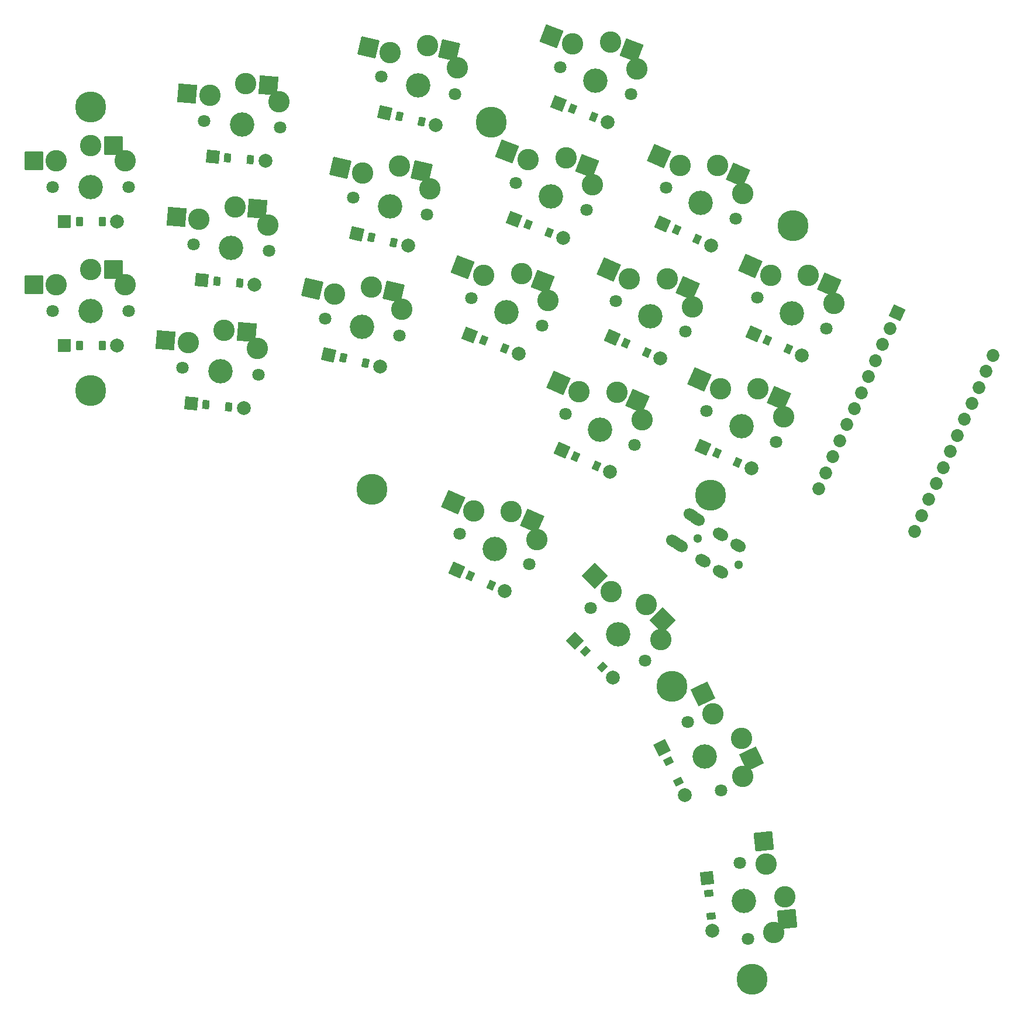
<source format=gbr>
%TF.GenerationSoftware,KiCad,Pcbnew,8.0.4*%
%TF.CreationDate,2024-09-06T09:16:38-06:00*%
%TF.ProjectId,swallowtail_split_rev2,7377616c-6c6f-4777-9461-696c5f73706c,v1.0.0*%
%TF.SameCoordinates,Original*%
%TF.FileFunction,Soldermask,Top*%
%TF.FilePolarity,Negative*%
%FSLAX46Y46*%
G04 Gerber Fmt 4.6, Leading zero omitted, Abs format (unit mm)*
G04 Created by KiCad (PCBNEW 8.0.4) date 2024-09-06 09:16:38*
%MOMM*%
%LPD*%
G01*
G04 APERTURE LIST*
G04 Aperture macros list*
%AMRoundRect*
0 Rectangle with rounded corners*
0 $1 Rounding radius*
0 $2 $3 $4 $5 $6 $7 $8 $9 X,Y pos of 4 corners*
0 Add a 4 corners polygon primitive as box body*
4,1,4,$2,$3,$4,$5,$6,$7,$8,$9,$2,$3,0*
0 Add four circle primitives for the rounded corners*
1,1,$1+$1,$2,$3*
1,1,$1+$1,$4,$5*
1,1,$1+$1,$6,$7*
1,1,$1+$1,$8,$9*
0 Add four rect primitives between the rounded corners*
20,1,$1+$1,$2,$3,$4,$5,0*
20,1,$1+$1,$4,$5,$6,$7,0*
20,1,$1+$1,$6,$7,$8,$9,0*
20,1,$1+$1,$8,$9,$2,$3,0*%
%AMHorizOval*
0 Thick line with rounded ends*
0 $1 width*
0 $2 $3 position (X,Y) of the first rounded end (center of the circle)*
0 $4 $5 position (X,Y) of the second rounded end (center of the circle)*
0 Add line between two ends*
20,1,$1,$2,$3,$4,$5,0*
0 Add two circle primitives to create the rounded ends*
1,1,$1,$2,$3*
1,1,$1,$4,$5*%
G04 Aperture macros list end*
%ADD10C,1.801800*%
%ADD11C,3.100000*%
%ADD12C,3.529000*%
%ADD13RoundRect,0.050000X-1.408356X-1.181751X1.181751X-1.408356X1.408356X1.181751X-1.181751X1.408356X0*%
%ADD14RoundRect,0.050000X-1.679533X-0.747776X0.747776X-1.679533X1.679533X0.747776X-0.747776X1.679533X0*%
%ADD15C,4.500000*%
%ADD16RoundRect,0.050000X-1.173731X-0.450553X0.450553X-1.173731X1.173731X0.450553X-0.450553X1.173731X0*%
%ADD17RoundRect,0.050000X-0.655137X-0.365096X0.167053X-0.731159X0.655137X0.365096X-0.167053X0.731159X0*%
%ADD18C,2.005000*%
%ADD19RoundRect,0.050000X-0.889000X-0.889000X0.889000X-0.889000X0.889000X0.889000X-0.889000X0.889000X0*%
%ADD20RoundRect,0.050000X-0.450000X-0.600000X0.450000X-0.600000X0.450000X0.600000X-0.450000X0.600000X0*%
%ADD21RoundRect,0.050000X-1.716367X-0.658851X0.658851X-1.716367X1.716367X0.658851X-0.658851X1.716367X0*%
%ADD22RoundRect,0.050000X-1.066196X-0.666234X0.666234X-1.066196X1.066196X0.666234X-0.666234X1.066196X0*%
%ADD23RoundRect,0.050000X-0.573437X-0.483394X0.303496X-0.685850X0.573437X0.483394X-0.303496X0.685850X0*%
%ADD24RoundRect,0.050000X-0.963099X-0.808136X0.808136X-0.963099X0.963099X0.808136X-0.808136X0.963099X0*%
%ADD25RoundRect,0.050000X-0.500581X-0.558497X0.395994X-0.636937X0.500581X0.558497X-0.395994X0.636937X0*%
%ADD26RoundRect,0.050000X-0.977056X0.791204X-0.791204X-0.977056X0.977056X-0.791204X0.791204X0.977056X0*%
%ADD27RoundRect,0.050000X-0.643751X0.384818X-0.549675X-0.510252X0.643751X-0.384818X0.549675X0.510252X0*%
%ADD28RoundRect,0.050000X-1.428765X1.156991X-1.156991X-1.428765X1.428765X-1.156991X1.156991X1.428765X0*%
%ADD29RoundRect,0.050000X-1.148542X-0.511364X0.511364X-1.148542X1.148542X0.511364X-0.511364X1.148542X0*%
%ADD30RoundRect,0.050000X-0.635132X-0.398883X0.205090X-0.721414X0.635132X0.398883X-0.205090X0.721414X0*%
%ADD31RoundRect,0.050000X-1.838198X-0.032086X0.032086X-1.838198X1.838198X0.032086X-0.032086X1.838198X0*%
%ADD32RoundRect,0.050000X-1.559117X-0.974245X0.974245X-1.559117X1.559117X0.974245X-0.974245X1.559117X0*%
%ADD33RoundRect,0.050000X-1.300000X-1.300000X1.300000X-1.300000X1.300000X1.300000X-1.300000X1.300000X0*%
%ADD34C,1.300000*%
%ADD35HorizOval,1.700000X-0.251601X0.163392X0.251601X-0.163392X0*%
%ADD36RoundRect,0.050000X-1.188740X0.409316X-0.409316X-1.188740X1.188740X-0.409316X0.409316X1.188740X0*%
%ADD37RoundRect,0.050000X-0.736543X0.141435X-0.342009X-0.667480X0.736543X-0.141435X0.342009X0.667480X0*%
%ADD38RoundRect,0.050000X-1.738315X0.598550X-0.598550X-1.738315X1.738315X-0.598550X0.598550X1.738315X0*%
%ADD39RoundRect,0.050000X-1.257044X-0.021942X0.021942X-1.257044X1.257044X0.021942X-0.021942X1.257044X0*%
%ADD40RoundRect,0.050000X-0.740498X-0.119008X-0.093092X-0.744200X0.740498X0.119008X0.093092X0.744200X0*%
%ADD41RoundRect,0.050000X-0.444117X1.156963X-1.156963X-0.444117X0.444117X-1.156963X1.156963X0.444117X0*%
%ADD42C,1.852600*%
G04 APERTURE END LIST*
D10*
%TO.C,S3*%
X113282396Y-90332059D03*
D11*
X114107328Y-86639907D03*
X119280044Y-84884058D03*
X119280044Y-84884058D03*
D12*
X118761467Y-90811416D03*
D11*
X124069276Y-87511465D03*
D10*
X124240538Y-91290773D03*
D13*
X122542581Y-85169493D03*
X110844790Y-86354472D03*
%TD*%
D10*
%TO.C,S11*%
X167933566Y-46753328D03*
D11*
X169744236Y-43431586D03*
X175200547Y-43169548D03*
X175200547Y-43169548D03*
D12*
X173068258Y-48724352D03*
D11*
X179080040Y-47015265D03*
D10*
X178202950Y-50695376D03*
D14*
X178258023Y-44343203D03*
X166686760Y-42257931D03*
%TD*%
D15*
%TO.C,_4*%
X157998686Y-54775837D03*
%TD*%
D16*
%TO.C,D17*%
X152945219Y-119566141D03*
D17*
X154918477Y-120444693D03*
X157933177Y-121786923D03*
D18*
X159906435Y-122665475D03*
%TD*%
D15*
%TO.C,_3*%
X140691219Y-107955571D03*
%TD*%
D19*
%TO.C,D1*%
X96190000Y-87050000D03*
D20*
X98350000Y-87050000D03*
X101650000Y-87050000D03*
D18*
X103810000Y-87050000D03*
%TD*%
D10*
%TO.C,S12*%
X168686680Y-97019512D03*
D11*
X170668715Y-93797085D03*
X176131263Y-93820969D03*
X176131263Y-93820969D03*
D12*
X173711180Y-99256564D03*
D11*
X179804170Y-97864452D03*
D10*
X178735680Y-101493616D03*
D21*
X179123124Y-95153031D03*
X167676854Y-92465023D03*
%TD*%
D22*
%TO.C,D7*%
X138491438Y-70918395D03*
D23*
X140596077Y-71404290D03*
X143811499Y-72146628D03*
D18*
X145916138Y-72632523D03*
%TD*%
D24*
%TO.C,D4*%
X116094632Y-77578632D03*
D25*
X118246413Y-77766888D03*
X121533855Y-78054502D03*
D18*
X123685636Y-78242758D03*
%TD*%
D19*
%TO.C,D2*%
X96190000Y-69100000D03*
D20*
X98350000Y-69100000D03*
X101650000Y-69100000D03*
D18*
X103810000Y-69100000D03*
%TD*%
D16*
%TO.C,D15*%
X188656425Y-101805729D03*
D17*
X190629683Y-102684281D03*
X193644383Y-104026511D03*
D18*
X195617641Y-104905063D03*
%TD*%
D26*
%TO.C,D20*%
X189194573Y-164253115D03*
D27*
X189420354Y-166401282D03*
X189765298Y-169683204D03*
D18*
X189991079Y-171831371D03*
%TD*%
D15*
%TO.C,_7*%
X184138065Y-136465759D03*
%TD*%
D10*
%TO.C,S20*%
X193990529Y-162049731D03*
D11*
X197772251Y-162155010D03*
X200482841Y-166897657D03*
X200482841Y-166897657D03*
D12*
X194565436Y-167519601D03*
D11*
X198817535Y-172100229D03*
D10*
X195140343Y-172989471D03*
D28*
X200825172Y-170154716D03*
X197429920Y-158897951D03*
%TD*%
D29*
%TO.C,D9*%
X154854068Y-85542409D03*
D30*
X156870601Y-86316484D03*
X159951417Y-87499098D03*
D18*
X161967950Y-88273173D03*
%TD*%
D10*
%TO.C,S18*%
X172340893Y-125073362D03*
D11*
X175305532Y-122723167D03*
X180430479Y-124613911D03*
X180430479Y-124613911D03*
D12*
X176297262Y-128893983D03*
D11*
X182498930Y-129669751D03*
D10*
X180253631Y-132714604D03*
D31*
X182786317Y-126888917D03*
X172949694Y-120448161D03*
%TD*%
D22*
%TO.C,D8*%
X142529309Y-53428452D03*
D23*
X144633948Y-53914347D03*
X147849370Y-54656685D03*
D18*
X149954009Y-55142580D03*
%TD*%
D16*
%TO.C,D12*%
X168196888Y-102274624D03*
D17*
X170170146Y-103153176D03*
X173184846Y-104495406D03*
D18*
X175158104Y-105373958D03*
%TD*%
D10*
%TO.C,S8*%
X142007380Y-48176435D03*
D11*
X143338131Y-44635023D03*
X148704874Y-43616164D03*
X148704874Y-43616164D03*
D12*
X147366415Y-49413666D03*
D11*
X153081832Y-46884534D03*
D10*
X152725450Y-50650897D03*
D32*
X151895936Y-44352879D03*
X140147069Y-43898308D03*
%TD*%
D15*
%TO.C,_8*%
X195757060Y-178857151D03*
%TD*%
D10*
%TO.C,S6*%
X133931637Y-83156320D03*
D11*
X135262388Y-79614908D03*
X140629131Y-78596049D03*
X140629131Y-78596049D03*
D12*
X139290672Y-84393551D03*
D11*
X145006089Y-81864419D03*
D10*
X144649707Y-85630782D03*
D32*
X143820193Y-79332764D03*
X132071326Y-78878193D03*
%TD*%
D16*
%TO.C,D14*%
X182798734Y-69478342D03*
D17*
X184771992Y-70356894D03*
X187786692Y-71699124D03*
D18*
X189759950Y-72577676D03*
%TD*%
D29*
%TO.C,D10*%
X161286773Y-68784640D03*
D30*
X163303306Y-69558715D03*
X166384122Y-70741329D03*
D18*
X168400655Y-71515404D03*
%TD*%
D10*
%TO.C,S14*%
X183288525Y-64223230D03*
D11*
X185270560Y-61000803D03*
X190733108Y-61024687D03*
X190733108Y-61024687D03*
D12*
X188313025Y-66460282D03*
D11*
X194406015Y-65068170D03*
D10*
X193337525Y-68697334D03*
D21*
X193724969Y-62356749D03*
X182278699Y-59668741D03*
%TD*%
D10*
%TO.C,S1*%
X94500000Y-82050000D03*
D11*
X95000000Y-78300000D03*
X100000000Y-76100000D03*
X100000000Y-76100000D03*
D12*
X100000000Y-82050000D03*
D11*
X105000000Y-78300000D03*
D10*
X105500000Y-82050000D03*
D33*
X103275000Y-76100000D03*
X91725000Y-78300000D03*
%TD*%
D15*
%TO.C,_5*%
X201617989Y-69767853D03*
%TD*%
D10*
%TO.C,S9*%
X155068157Y-80268865D03*
D11*
X156878827Y-76947123D03*
X162335138Y-76685085D03*
X162335138Y-76685085D03*
D12*
X160202849Y-82239889D03*
D11*
X166214631Y-80530802D03*
D10*
X165337541Y-84210913D03*
D14*
X165392614Y-77858740D03*
X153821351Y-75773468D03*
%TD*%
D15*
%TO.C,_2*%
X100000000Y-52510000D03*
%TD*%
D24*
%TO.C,D5*%
X117659078Y-59696937D03*
D25*
X119810859Y-59885193D03*
X123098301Y-60172807D03*
D18*
X125250082Y-60361063D03*
%TD*%
D34*
%TO.C,TRRS1*%
X193761953Y-118832388D03*
X187891259Y-115019915D03*
D35*
X186879518Y-111620447D03*
X184374179Y-115478332D03*
X187802056Y-112219550D03*
X185296716Y-116077435D03*
X191156738Y-114398106D03*
X188651398Y-118255991D03*
X193672750Y-116032023D03*
X191167410Y-119889908D03*
%TD*%
D10*
%TO.C,S10*%
X161500862Y-63511096D03*
D11*
X163311532Y-60189354D03*
X168767843Y-59927316D03*
X168767843Y-59927316D03*
D12*
X166635554Y-65482120D03*
D11*
X172647336Y-63773033D03*
D10*
X171770246Y-67453144D03*
D14*
X171825319Y-61100971D03*
X160254056Y-59015699D03*
%TD*%
D29*
%TO.C,D11*%
X167719478Y-52026872D03*
D30*
X169736011Y-52800947D03*
X172816827Y-53983561D03*
D18*
X174833360Y-54757636D03*
%TD*%
D10*
%TO.C,S13*%
X175987602Y-80621371D03*
D11*
X177969637Y-77398944D03*
X183432185Y-77422828D03*
X183432185Y-77422828D03*
D12*
X181012102Y-82858423D03*
D11*
X187105092Y-81466311D03*
D10*
X186036602Y-85095475D03*
D21*
X186424046Y-78754890D03*
X174977776Y-76066882D03*
%TD*%
D10*
%TO.C,S4*%
X114846842Y-72450364D03*
D11*
X115671774Y-68758212D03*
X120844490Y-67002363D03*
X120844490Y-67002363D03*
D12*
X120325913Y-72929721D03*
D11*
X125633722Y-69629770D03*
D10*
X125804984Y-73409078D03*
D13*
X124107027Y-67287798D03*
X112409236Y-68472777D03*
%TD*%
D16*
%TO.C,D16*%
X195957348Y-85407588D03*
D17*
X197930606Y-86286140D03*
X200945306Y-87628370D03*
D18*
X202918564Y-88506922D03*
%TD*%
D36*
%TO.C,D19*%
X182672554Y-145363657D03*
D37*
X183619436Y-147305052D03*
X185066060Y-150271072D03*
D18*
X186012942Y-152212467D03*
%TD*%
D10*
%TO.C,S19*%
X186425677Y-141652839D03*
D11*
X190015340Y-140458344D03*
X194184543Y-143987898D03*
X194184543Y-143987898D03*
D12*
X188836718Y-146596206D03*
D11*
X194399051Y-149446284D03*
D10*
X191247759Y-151539573D03*
D38*
X195620208Y-146931448D03*
X188579674Y-137514793D03*
%TD*%
D10*
%TO.C,S2*%
X94500000Y-64100000D03*
D11*
X95000000Y-60350000D03*
X100000000Y-58150000D03*
X100000000Y-58150000D03*
D12*
X100000000Y-64100000D03*
D11*
X105000000Y-60350000D03*
D10*
X105500000Y-64100000D03*
D33*
X103275000Y-58150000D03*
X91725000Y-60350000D03*
%TD*%
D10*
%TO.C,S15*%
X189146216Y-96550617D03*
D11*
X191128251Y-93328190D03*
X196590799Y-93352074D03*
X196590799Y-93352074D03*
D12*
X194170716Y-98787669D03*
D11*
X200263706Y-97395557D03*
D10*
X199195216Y-101024721D03*
D21*
X199582660Y-94684136D03*
X188136390Y-91996128D03*
%TD*%
D22*
%TO.C,D6*%
X134453567Y-88408338D03*
D23*
X136558206Y-88894233D03*
X139773628Y-89636571D03*
D18*
X141878267Y-90122466D03*
%TD*%
D24*
%TO.C,D3*%
X114530187Y-95460326D03*
D25*
X116681968Y-95648582D03*
X119969410Y-95936196D03*
D18*
X122121191Y-96124452D03*
%TD*%
D16*
%TO.C,D13*%
X175497811Y-85876483D03*
D17*
X177471069Y-86755035D03*
X180485769Y-88097265D03*
D18*
X182459027Y-88975817D03*
%TD*%
D10*
%TO.C,S5*%
X116411287Y-54568669D03*
D11*
X117236219Y-50876517D03*
X122408935Y-49120668D03*
X122408935Y-49120668D03*
D12*
X121890358Y-55048026D03*
D11*
X127198167Y-51748075D03*
D10*
X127369429Y-55527383D03*
D13*
X125671472Y-49406103D03*
X113973681Y-50591082D03*
%TD*%
D10*
%TO.C,S7*%
X137969508Y-65666378D03*
D11*
X139300259Y-62124966D03*
X144667002Y-61106107D03*
X144667002Y-61106107D03*
D12*
X143328543Y-66903609D03*
D11*
X149043960Y-64374477D03*
D10*
X148687578Y-68140840D03*
D32*
X147858064Y-61842822D03*
X136109197Y-61388251D03*
%TD*%
D39*
%TO.C,D18*%
X170083285Y-129844034D03*
D40*
X171637059Y-131344496D03*
X174010881Y-133636868D03*
D18*
X175564655Y-135137330D03*
%TD*%
D15*
%TO.C,_1*%
X100000000Y-93640000D03*
%TD*%
%TO.C,_6*%
X189737287Y-108745314D03*
%TD*%
D10*
%TO.C,S17*%
X153435010Y-114311029D03*
D11*
X155417045Y-111088602D03*
X160879593Y-111112486D03*
X160879593Y-111112486D03*
D12*
X158459510Y-116548081D03*
D11*
X164552500Y-115155969D03*
D10*
X163484010Y-118785133D03*
D21*
X163871454Y-112444548D03*
X152425184Y-109756540D03*
%TD*%
D10*
%TO.C,S16*%
X196447139Y-80152476D03*
D11*
X198429174Y-76930049D03*
X203891722Y-76953933D03*
X203891722Y-76953933D03*
D12*
X201471639Y-82389528D03*
D11*
X207564629Y-80997416D03*
D10*
X206496139Y-84626580D03*
D21*
X206883583Y-78285995D03*
X195437313Y-75597987D03*
%TD*%
D41*
%TO.C,MCU1*%
X216701889Y-82307103D03*
D42*
X215668777Y-84627508D03*
X214635666Y-86947914D03*
X213602555Y-89268319D03*
X212569444Y-91588725D03*
X211536333Y-93909130D03*
X210503222Y-96229536D03*
X209470111Y-98549941D03*
X208437000Y-100870346D03*
X207403889Y-103190752D03*
X206370778Y-105511157D03*
X205337667Y-107831563D03*
X230624321Y-88505769D03*
X229591210Y-90826175D03*
X228558099Y-93146580D03*
X227524988Y-95466986D03*
X226491877Y-97787391D03*
X225458766Y-100107796D03*
X224425655Y-102428202D03*
X223392544Y-104748607D03*
X222359433Y-107069013D03*
X221326322Y-109389418D03*
X220293211Y-111709824D03*
X219260099Y-114030229D03*
%TD*%
M02*

</source>
